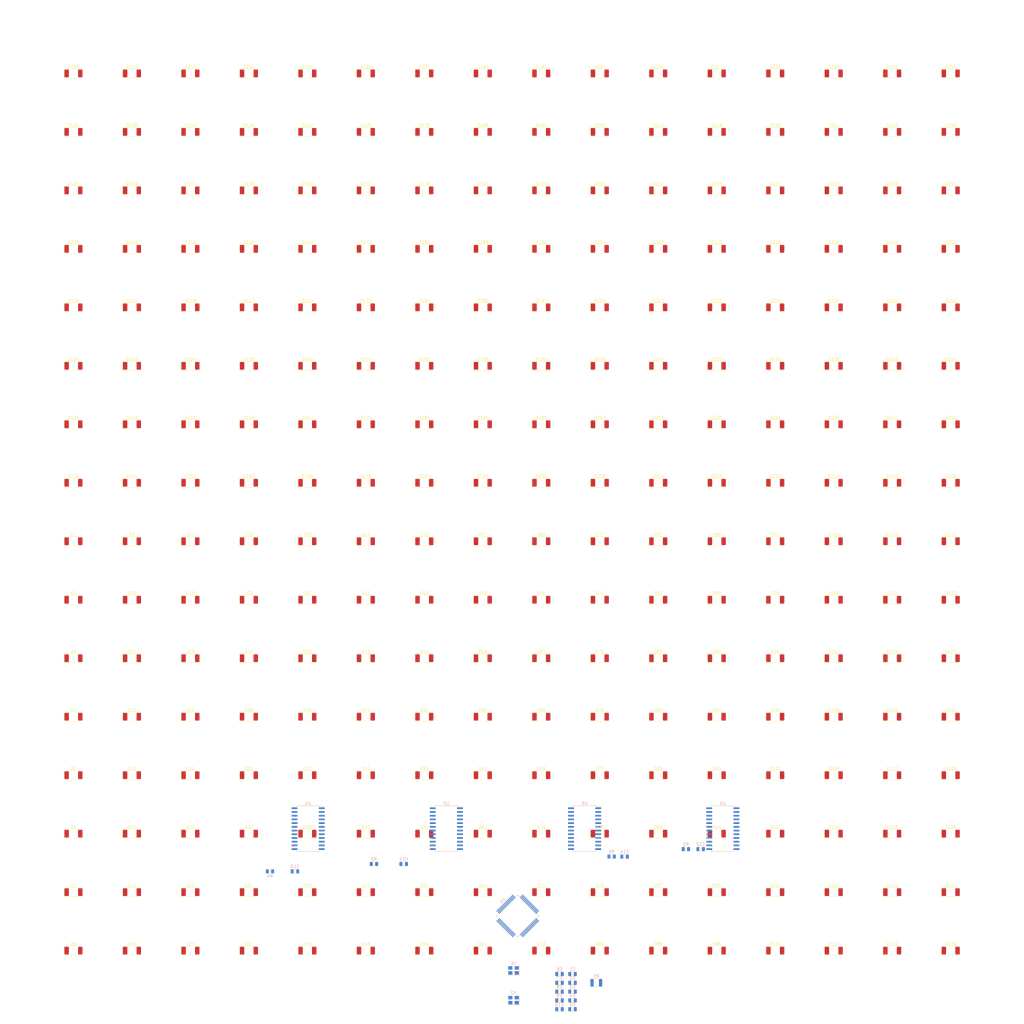
<source format=kicad_pcb>
(kicad_pcb (version 20221018) (generator pcbnew)
  (layers (0 "F.Cu" signal) (31 "B.Cu" signal) (34 "B.Paste" user) (35 "F.Paste" user) (36 "B.SilkS" user "B.Silkscreen") (37 "F.SilkS" user "F.Silkscreen") (38 "B.Mask" user) (39 "F.Mask" user) (44 "Edge.Cuts" user))
  (net 0 "")
  (net 1 "Earth")
  (net 2 "Net-(U1-PC14)")
  (net 3 "Net-(U1-PF0)")
  (net 4 "Net-(U1-PF1)")
  (net 5 "Net-(C4-Pad1)")
  (net 6 "VDDA")
  (net 7 "VDD")
  (net 8 "GND")
  (net 9 "/Led Array 1/row0")
  (net 10 "/Led Array 1/col0")
  (net 11 "/Led Array 1/row1")
  (net 12 "/Led Array 1/row2")
  (net 13 "/Led Array 1/row3")
  (net 14 "/Led Array 1/row4")
  (net 15 "/Led Array 1/row5")
  (net 16 "/Led Array 1/row6")
  (net 17 "/Led Array 1/row7")
  (net 18 "/Led Array 1/col1")
  (net 19 "/Led Array 1/col2")
  (net 20 "/Led Array 1/col3")
  (net 21 "/Led Array 1/col4")
  (net 22 "/Led Array 1/col5")
  (net 23 "/Led Array 1/col6")
  (net 24 "/Led Array 1/col7")
  (net 25 "/Led Array 2/row0")
  (net 26 "/Led Array 2/col0")
  (net 27 "/Led Array 2/row1")
  (net 28 "/Led Array 2/row2")
  (net 29 "/Led Array 2/row3")
  (net 30 "/Led Array 2/row4")
  (net 31 "/Led Array 2/row5")
  (net 32 "/Led Array 2/row6")
  (net 33 "/Led Array 2/row7")
  (net 34 "/Led Array 2/col1")
  (net 35 "/Led Array 2/col2")
  (net 36 "/Led Array 2/col3")
  (net 37 "/Led Array 2/col4")
  (net 38 "/Led Array 2/col5")
  (net 39 "/Led Array 2/col6")
  (net 40 "/Led Array 2/col7")
  (net 41 "/Led Array 3/row0")
  (net 42 "/Led Array 3/col0")
  (net 43 "/Led Array 3/row1")
  (net 44 "/Led Array 3/row2")
  (net 45 "/Led Array 3/row3")
  (net 46 "/Led Array 3/row4")
  (net 47 "/Led Array 3/row5")
  (net 48 "/Led Array 3/row6")
  (net 49 "/Led Array 3/row7")
  (net 50 "/Led Array 3/col1")
  (net 51 "/Led Array 3/col2")
  (net 52 "/Led Array 3/col3")
  (net 53 "/Led Array 3/col4")
  (net 54 "/Led Array 3/col5")
  (net 55 "/Led Array 3/col6")
  (net 56 "/Led Array 3/col7")
  (net 57 "/Led Array 4/row0")
  (net 58 "/Led Array 4/col0")
  (net 59 "/Led Array 4/row1")
  (net 60 "/Led Array 4/row2")
  (net 61 "/Led Array 4/row3")
  (net 62 "/Led Array 4/row4")
  (net 63 "/Led Array 4/row5")
  (net 64 "/Led Array 4/row6")
  (net 65 "/Led Array 4/row7")
  (net 66 "/Led Array 4/col1")
  (net 67 "/Led Array 4/col2")
  (net 68 "/Led Array 4/col3")
  (net 69 "/Led Array 4/col4")
  (net 70 "/Led Array 4/col5")
  (net 71 "/Led Array 4/col6")
  (net 72 "/Led Array 4/col7")
  (net 73 "Net-(U1-PC15)")
  (net 74 "Net-(U2-ISET)")
  (net 75 "Net-(U3-ISET)")
  (net 76 "Net-(U4-ISET)")
  (net 77 "Net-(U5-ISET)")
  (net 105 "/LOAD")
  (net 106 "/CLK")
  (net 107 "/MISO")
  (net 108 "/MOSI")
  (net 135 "/Led Array 1/MISO")
  (net 136 "/Led Array 2/MISO")
  (net 137 "/Led Array 3/MISO")
  (footprint "LED_SMD:LED_2010_5025Metric_Pad1.52x2.65mm_HandSolder" (layer "F.Cu") (at 290.0225 230)
    (fp_text reference "D1")
    (fp_text value "LED")
  )
  (footprint "LED_SMD:LED_2010_5025Metric_Pad1.52x2.65mm_HandSolder" (layer "F.Cu") (at 570.0225 350)
    (fp_text reference "D119")
    (fp_text value "LED")
  )
  (footprint "LED_SMD:LED_2010_5025Metric_Pad1.52x2.65mm_HandSolder" (layer "F.Cu") (at 350.0225 310)
    (fp_text reference "D29")
    (fp_text value "LED")
  )
  (footprint "LED_SMD:LED_2010_5025Metric_Pad1.52x2.65mm_HandSolder" (layer "F.Cu") (at 330.0225 230)
    (fp_text reference "D17")
    (fp_text value "LED")
  )
  (footprint "LED_SMD:LED_2010_5025Metric_Pad1.52x2.65mm_HandSolder" (layer "F.Cu") (at 430.0225 170)
    (fp_text reference "D190")
    (fp_text value "LED")
  )
  (footprint "LED_SMD:LED_2010_5025Metric_Pad1.52x2.65mm_HandSolder" (layer "F.Cu") (at 510.0225 350)
    (fp_text reference "D95")
    (fp_text value "LED")
  )
  (footprint "LED_SMD:LED_2010_5025Metric_Pad1.52x2.65mm_HandSolder" (layer "F.Cu") (at 470.0225 190)
    (fp_text reference "D207")
    (fp_text value "LED")
  )
  (footprint "LED_SMD:LED_2010_5025Metric_Pad1.52x2.65mm_HandSolder" (layer "F.Cu") (at 470.0225 250)
    (fp_text reference "D74")
    (fp_text value "LED")
  )
  (footprint "LED_SMD:LED_2010_5025Metric_Pad1.52x2.65mm_HandSolder" (layer "F.Cu") (at 350.0225 350)
    (fp_text reference "D31")
    (fp_text value "LED")
  )
  (footprint "LED_SMD:LED_2010_5025Metric_Pad1.52x2.65mm_HandSolder" (layer "F.Cu") (at 570.0225 150)
    (fp_text reference "D245")
    (fp_text value "LED")
  )
  (footprint "LED_SMD:LED_2010_5025Metric_Pad1.52x2.65mm_HandSolder" (layer "F.Cu") (at 390.0225 350)
    (fp_text reference "D47")
    (fp_text value "LED")
  )
  (footprint "LED_SMD:LED_2010_5025Metric_Pad1.52x2.65mm_HandSolder" (layer "F.Cu") (at 350.0225 230)
    (fp_text reference "D25")
    (fp_text value "LED")
  )
  (footprint "LED_SMD:LED_2010_5025Metric_Pad1.52x2.65mm_HandSolder" (layer "F.Cu") (at 390.0225 170)
    (fp_text reference "D174")
    (fp_text value "LED")
  )
  (footprint "LED_SMD:LED_2010_5025Metric_Pad1.52x2.65mm_HandSolder" (layer "F.Cu") (at 470.0225 350)
    (fp_text reference "D79")
    (fp_text value "LED")
  )
  (footprint "LED_SMD:LED_2010_5025Metric_Pad1.52x2.65mm_HandSolder" (layer "F.Cu") (at 390.0225 230)
    (fp_text reference "D41")
    (fp_text value "LED")
  )
  (footprint "LED_SMD:LED_2010_5025Metric_Pad1.52x2.65mm_HandSolder" (layer "F.Cu") (at 450.0225 190)
    (fp_text reference "D199")
    (fp_text value "LED")
  )
  (footprint "LED_SMD:LED_2010_5025Metric_Pad1.52x2.65mm_HandSolder" (layer "F.Cu") (at 530.0225 330)
    (fp_text reference "D102")
    (fp_text value "LED")
  )
  (footprint "LED_SMD:LED_2010_5025Metric_Pad1.52x2.65mm_HandSolder" (layer "F.Cu") (at 430.0225 250)
    (fp_text reference "D58")
    (fp_text value "LED")
  )
  (footprint "LED_SMD:LED_2010_5025Metric_Pad1.52x2.65mm_HandSolder" (layer "F.Cu") (at 410.0225 370)
    (fp_text reference "D56")
    (fp_text value "LED")
  )
  (footprint "LED_SMD:LED_2010_5025Metric_Pad1.52x2.65mm_HandSolder" (layer "F.Cu") (at 370.0225 310)
    (fp_text reference "D37")
    (fp_text value "LED")
  )
  (footprint "LED_SMD:LED_2010_5025Metric_Pad1.52x2.65mm_HandSolder" (layer "F.Cu") (at 470.0225 330)
    (fp_text reference "D78")
    (fp_text value "LED")
  )
  (footprint "LED_SMD:LED_2010_5025Metric_Pad1.52x2.65mm_HandSolder" (layer "F.Cu") (at 330.0225 290)
    (fp_text reference "D20")
    (fp_text value "LED")
  )
  (footprint "LED_SMD:LED_2010_5025Metric_Pad1.52x2.65mm_HandSolder" (layer "F.Cu") (at 410.0225 270)
    (fp_text reference "D51")
    (fp_text value "LED")
  )
  (footprint "LED_SMD:LED_2010_5025Metric_Pad1.52x2.65mm_HandSolder" (layer "F.Cu") (at 390.0225 310)
    (fp_text reference "D45")
    (fp_text value "LED")
  )
  (footprint "LED_SMD:LED_2010_5025Metric_Pad1.52x2.65mm_HandSolder" (layer "F.Cu") (at 370.0225 150)
    (fp_text reference "D165")
    (fp_text value "LED")
  )
  (footprint "LED_SMD:LED_2010_5025Metric_Pad1.52x2.65mm_HandSolder" (layer "F.Cu") (at 350.0225 130)
    (fp_text reference "D156")
    (fp_text value "LED")
  )
  (footprint "LED_SMD:LED_2010_5025Metric_Pad1.52x2.65mm_HandSolder" (layer "F.Cu") (at 330.0225 130)
    (fp_text reference "D148")
    (fp_text value "LED")
  )
  (footprint "LED_SMD:LED_2010_5025Metric_Pad1.52x2.65mm_HandSolder" (layer "F.Cu") (at 490.0225 290)
    (fp_text reference "D84")
    (fp_text value "LED")
  )
  (footprint "LED_SMD:LED_2010_5025Metric_Pad1.52x2.65mm_HandSolder" (layer "F.Cu") (at 330.0225 270)
    (fp_text reference "D19")
    (fp_text value "LED")
  )
  (footprint "LED_SMD:LED_2010_5025Metric_Pad1.52x2.65mm_HandSolder" (layer "F.Cu") (at 390.0225 250)
    (fp_text reference "D42")
    (fp_text value "LED")
  )
  (footprint "LED_SMD:LED_2010_5025Metric_Pad1.52x2.65mm_HandSolder" (layer "F.Cu") (at 430.0225 290)
    (fp_text reference "D60")
    (fp_text value "LED")
  )
  (footprint "LED_SMD:LED_2010_5025Metric_Pad1.52x2.65mm_HandSolder" (layer "F.Cu") (at 530.0225 190)
    (fp_text reference "D231")
    (fp_text value "LED")
  )
  (footprint "LED_SMD:LED_2010_5025Metric_Pad1.52x2.65mm_HandSolder" (layer "F.Cu") (at 410.0225 90)
    (fp_text reference "D178")
    (fp_text value "LED")
  )
  (footprint "LED_SMD:LED_2010_5025Metric_Pad1.52x2.65mm_HandSolder" (layer "F.Cu") (at 510.0225 290)
    (fp_text reference "D92")
    (fp_text value "LED")
  )
  (footprint "LED_SMD:LED_2010_5025Metric_Pad1.52x2.65mm_HandSolder" (layer "F.Cu") (at 510.0225 110)
    (fp_text reference "D219")
    (fp_text value "LED")
  )
  (footprint "LED_SMD:LED_2010_5025Metric_Pad1.52x2.65mm_HandSolder" (layer "F.Cu") (at 390.0225 370)
    (fp_text reference "D48")
    (fp_text value "LED")
  )
  (footprint "LED_SMD:LED_2010_5025Metric_Pad1.52x2.65mm_HandSolder" (layer "F.Cu") (at 290.0225 290)
    (fp_text reference "D4")
    (fp_text value "LED")
  )
  (footprint "LED_SMD:LED_2010_5025Metric_Pad1.52x2.65mm_HandSolder" (layer "F.Cu") (at 570.0225 70)
    (fp_text reference "D241")
    (fp_text value "LED")
  )
  (footprint "LED_SMD:LED_2010_5025Metric_Pad1.52x2.65mm_HandSolder" (layer "F.Cu") (at 310.0225 350)
    (fp_text reference "D15")
    (fp_text value "LED")
  )
  (footprint "LED_SMD:LED_2010_5025Metric_Pad1.52x2.65mm_HandSolder" (layer "F.Cu") (at 570.0225 230)
    (fp_text reference "D113")
    (fp_text value "LED")
  )
  (footprint "LED_SMD:LED_2010_5025Metric_Pad1.52x2.65mm_HandSolder" (layer "F.Cu") (at 450.0225 130)
    (fp_text reference "D196")
    (fp_text value "LED")
  )
  (footprint "LED_SMD:LED_2010_5025Metric_Pad1.52x2.65mm_HandSolder" (layer "F.Cu") (at 490.0225 130)
    (fp_text reference "D212")
    (fp_text value "LED")
  )
  (footprint "LED_SMD:LED_2010_5025Metric_Pad1.52x2.65mm_HandSolder" (layer "F.Cu") (at 370.0225 350)
    (fp_text reference "D39")
    (fp_text value "LED")
  )
  (footprint "LED_SMD:LED_2010_5025Metric_Pad1.52x2.65mm_HandSolder" (layer "F.Cu") (at 490.0225 210)
    (fp_text reference "D216")
    (fp_text value "LED")
  )
  (footprint "LED_SMD:LED_2010_5025Metric_Pad1.52x2.65mm_HandSolder" (layer "F.Cu") (at 370.0225 210)
    (fp_text reference "D168")
    (fp_text value "LED")
  )
  (footprint "LED_SMD:LED_2010_5025Metric_Pad1.52x2.65mm_HandSolder" (layer "F.Cu") (at 330.0225 330)
    (fp_text reference "D22")
    (fp_text value "LED")
  )
  (footprint "LED_SMD:LED_2010_5025Metric_Pad1.52x2.65mm_HandSolder" (layer "F.Cu") (at 310.0225 150)
    (fp_text reference "D141")
    (fp_text value "LED")
  )
  (footprint "LED_SMD:LED_2010_5025Metric_Pad1.52x2.65mm_HandSolder" (layer "F.Cu") (at 430.0225 330)
    (fp_text reference "D62")
    (fp_text value "LED")
  )
  (footprint "LED_SMD:LED_2010_5025Metric_Pad1.52x2.65mm_HandSolder" (layer "F.Cu") (at 310.0225 210)
    (fp_text reference "D144")
    (fp_text value "LED")
  )
  (footprint "LED_SMD:LED_2010_5025Metric_Pad1.52x2.65mm_HandSolder" (layer "F.Cu") (at 550.0225 290)
    (fp_text reference "D108")
    (fp_text value "LED")
  )
  (footprint "LED_SMD:LED_2010_5025Metric_Pad1.52x2.65mm_HandSolder" (layer "F.Cu") (at 350.0225 330)
    (fp_text reference "D30")
    (fp_text value "LED")
  )
  (footprint "LED_SMD:LED_2010_5025Metric_Pad1.52x2.65mm_HandSolder" (layer "F.Cu") (at 470.0225 270)
    (fp_text reference "D75")
    (fp_text value "LED")
  )
  (footprint "LED_SMD:LED_2010_5025Metric_Pad1.52x2.65mm_HandSolder" (layer "F.Cu") (at 450.0225 110)
    (fp_text reference "D195")
    (fp_text value "LED")
  )
  (footprint "LED_SMD:LED_2010_5025Metric_Pad1.52x2.65mm_HandSolder" (layer "F.Cu") (at 530.0225 210)
    (fp_text reference "D232")
    (fp_text value "LED")
  )
  (footprint "LED_SMD:LED_2010_5025Metric_Pad1.52x2.65mm_HandSolder" (layer "F.Cu") (at 570.0225 210)
    (fp_text reference "D248")
    (fp_text value "LED")
  )
  (footprint "LED_SMD:LED_2010_5025Metric_Pad1.52x2.65mm_HandSolder" (layer "F.Cu") (at 470.0225 90)
    (fp_text reference "D202")
    (fp_text value "LED")
  )
  (footprint "LED_SMD:LED_2010_5025Metric_Pad1.52x2.65mm_HandSolder" (layer "F.Cu") (at 410.0225 310)
    (fp_text reference "D53")
    (fp_text value "LED")
  )
  (footprint "LED_SMD:LED_2010_5025Metric_Pad1.52x2.65mm_HandSolder" (layer "F.Cu") (at 470.0225 210)
    (fp_text reference "D208")
    (fp_text value "LED")
  )
  (footprint "LED_SMD:LED_2010_5025Metric_Pad1.52x2.65mm_HandSolder" (layer "F.Cu") (at 590.0225 310)
    (fp_text reference "D125")
    (fp_text value "LED")
  )
  (footprint "LED_SMD:LED_2010_5025Metric_Pad1.52x2.65mm_HandSolder" (layer "F.Cu") (at 330.0225 90)
    (fp_text reference "D146")
    (fp_text value "LED")
  )
  (footprint "LED_SMD:LED_2010_5025Metric_Pad1.52x2.65mm_HandSolder" (layer "F.Cu") (at 410.0225 150)
    (fp_text reference "D181")
    (fp_text value "LED")
  )
  (footprint "LED_SMD:LED_2010_5025Metric_Pad1.52x2.65mm_HandSolder" (layer "F.Cu") (at 410.0225 250)
    (fp_text reference "D50")
    (fp_text value "LED")
  )
  (footprint "LED_SMD:LED_2010_5025Metric_Pad1.52x2.65mm_HandSolder" (layer "F.Cu") (at 350.0225 150)
    (fp_text reference "D157")
    (fp_text value "LED")
  )
  (footprint "LED_SMD:LED_2010_5025Metric_Pad1.52x2.65mm_HandSolder" (layer "F.Cu") (at 310.0225 330)
    (fp_text reference "D14")
    (fp_text value "LED")
  )
  (footprint "LED_SMD:LED_2010_5025Metric_Pad1.52x2.65mm_HandSolder" (layer "F.Cu") (at 590.0225 350)
    (fp_text reference "D127")
    (fp_text value "LED")
  )
  (footprint "LED_SMD:LED_2010_5025Metric_Pad1.52x2.65mm_HandSolder" (layer "F.Cu") (at 490.0225 310)
    (fp_text reference "D85")
    (fp_text value "LED")
  )
  (footprint "LED_SMD:LED_2010_5025Metric_Pad1.52x2.65mm_HandSolder" (layer "F.Cu") (at 490.0225 270)
    (fp_text reference "D83")
    (fp_text value "LED")
  )
  (footprint "LED_SMD:LED_2010_5025Metric_Pad1.52x2.65mm_HandSolder" (layer "F.Cu") (at 390.0225 290)
    (fp_text reference "D44")
    (fp_text value "LED")
  )
  (footprint "LED_SMD:LED_2010_5025Metric_Pad1.52x2.65mm_HandSolder" (layer "F.Cu") (at 390.0225 150)
    (fp_text reference "D173")
    (fp_text value "LED")
  )
  (footprint "LED_SMD:LED_2010_5025Metric_Pad1.52x2.65mm_HandSolder" (layer "F.Cu") (at 390.0225 210)
    (fp_text reference "D176")
    (fp_text value "LED")
  )
  (footprint "LED_SMD:LED_2010_5025Metric_Pad1.52x2.65mm_HandSolder" (layer "F.Cu") (at 550.0225 150)
    (fp_text reference "D237")
    (fp_text value "LED")
  )
  (footprint "LED_SMD:LED_2010_5025Metric_Pad1.52x2.65mm_HandSolder" (layer "F.Cu") (at 570.0225 90)
    (fp_text reference "D242")
    (fp_text value "LED")
  )
  (footprint "LED_SMD:LED_2010_5025Metric_Pad1.52x2.65mm_HandSolder" (layer "F.Cu") (at 390.0225 270)
    (fp_text reference "D43")
    (fp_text value "LED")
  )
  (footprint "LED_SMD:LED_2010_5025Metric_Pad1.52x2.65mm_HandSolder" (layer "F.Cu") (at 470.0225 370)
    (fp_text reference "D80")
    (fp_text value "LED")
  )
  (footprint "LED_SMD:LED_2010_5025Metric_Pad1.52x2.65mm_HandSolder" (layer "F.Cu") (at 490.0225 250)
    (fp_text reference "D82")
    (fp_text value "LED")
  )
  (footprint "LED_SMD:LED_2010_5025Metric_Pad1.52x2.65mm_HandSolder" (layer "F.Cu") (at 410.0225 170)
    (fp_text reference "D182")
    (fp_text value "LED")
  )
  (footprint "LED_SMD:LED_2010_5025Metric_Pad1.52x2.65mm_HandSolder" (layer "F.Cu") (at 310.0225 270)
    (fp_text reference "D11")
    (fp_text value "LED")
  )
  (footprint "LED_SMD:LED_2010_5025Metric_Pad1.52x2.65mm_HandSolder" (layer "F.Cu") (at 370.0225 130)
    (fp_text reference "D164")
    (fp_text value "LED")
  )
  (footprint "LED_SMD:LED_2010_5025Metric_Pad1.52x2.65mm_HandSolder" (layer "F.Cu") (at 370.0225 290)
    (fp_text reference "D36")
    (fp_text value "LED")
  )
  (footprint "LED_SMD:LED_2010_5025Metric_Pad1.52x2.65mm_HandSolder" (layer "F.Cu") (at 370.0225 110)
    (fp_text reference "D163")
    (fp_text value "LED")
  )
  (footprint "LED_SMD:LED_2010_5025Metric_Pad1.52x2.65mm_HandSolder" (layer "F.Cu") (at 590.0225 110)
    (fp_text reference "D251")
    (fp_text value "LED")
  )
  (footprint "LED_SMD:LED_2010_5025Metric_Pad1.52x2.65mm_HandSolder" (layer "F.Cu") (at 590.0225 230)
    (fp_text reference "D121")
    (fp_text value "LED")
  )
  (footprint "LED_SMD:LED_2010_5025Metric_Pad1.52x2.65mm_HandSolder" (layer "F.Cu") (at 290.0225 370)
    (fp_text reference "D8")
    (fp_text value "LED")
  )
  (footprint "LED_SMD:LED_2010_5025Metric_Pad1.52x2.65mm_HandSolder" (layer "F.Cu") (at 530.0225 90)
    (fp_text reference "D226")
    (fp_text value "LED")
  )
  (footprint "LED_SMD:LED_2010_5025Metric_Pad1.52x2.65mm_HandSolder" (layer "F.Cu") (at 310.0225 250)
    (fp_text reference "D10")
    (fp_text value "LED")
  )
  (footprint "LED_SMD:LED_2010_5025Metric_Pad1.52x2.65mm_HandSolder" (layer "F.Cu") (at 570.0225 310)
    (fp_text reference "D117")
    (fp_text value "LED")
  )
  (footprint "LED_SMD:LED_2010_5025Metric_Pad1.52x2.65mm_HandSolder" (layer "F.Cu") (at 410.0225 230)
    (fp_text reference "D49")
    (fp_text value "LED")
  )
  (footprint "LED_SMD:LED_2010_5025Metric_Pad1.52x2.65mm_HandSolder" (layer "F.Cu") (at 290.0225 250)
    (fp_text reference "D2")
    (fp_text value "LED")
  )
  (footprint "LED_SMD:LED_2010_5025Metric_Pad1.52x2.65mm_HandSolder" (layer "F.Cu") (at 290.0225 90)
    (fp_text reference "D130")
    (fp_text value "LED")
  )
  (footprint "LED_SMD:LED_2010_5025Metric_Pad1.52x2.65mm_HandSolder" (layer "F.Cu") (at 590.0225 150)
    (fp_text reference "D253")
    (fp_text value "LED")
  )
  (footprint "LED_SMD:LED_2010_5025Metric_Pad1.52x2.65mm_HandSolder" (layer "F.Cu") (at 510.0225 90)
    (fp_text reference "D218")
    (fp_text value "LED")
  )
  (footprint "LED_SMD:LED_2010_5025Metric_Pad1.52x2.65mm_HandSolder" (layer "F.Cu") (at 570.0225 170)
    (fp_text reference "D246")
    (fp_text value "LED")
  )
  (footprint "LED_SMD:LED_2010_5025Metric_Pad1.52x2.65mm_HandSolder" (layer "F.Cu") (at 590.0225 70)
    (fp_text reference "D249")
    (fp_text value "LED")
  )
  (footprint "LED_SMD:LED_2010_5025Metric_Pad1.52x2.65mm_HandSolder" (layer "F.Cu") (at 570.0225 190)
    (fp_text reference "D247")
    (fp_text value "LED")
  )
  (footprint "LED_SMD:LED_2010_5025Metric_Pad1.52x2.65mm_HandSolder" (layer "F.Cu") (at 590.0225 190)
    (fp_text reference "D255")
    (fp_text value "LED")
  )
  (footprint "LED_SMD:LED_2010_5025Metric_Pad1.52x2.65mm_HandSolder" (layer "F.Cu") (at 410.0225 290)
    (fp_text reference "D52")
    (fp_text value "LED")
  )
  (footprint "LED_SMD:LED_2010_5025Metric_Pad1.52x2.65mm_HandSolder" (layer "F.Cu") (at 350.0225 370)
    (fp_text reference "D32")
    (fp_text value "LED")
  )
  (footprint "LED_SMD:LED_2010_5025Metric_Pad1.52x2.65mm_HandSolder" (layer "F.Cu") (at 510.0225 270)
    (fp_text reference "D91")
    (fp_text value "LED")
  )
  (footprint "LED_SMD:LED_2010_5025Metric_Pad1.52x2.65mm_HandSolder" (layer "F.Cu") (at 290.0225 190)
    (fp_text reference "D135")
    (fp_text value "LED")
  )
  (footprint "LED_SMD:LED_2010_5025Metric_Pad1.52x2.65mm_HandSolder" (layer "F.Cu") (at 330.0225 110)
    (fp_text reference "D147")
    (fp_text value "LED")
  )
  (footprint "LED_SMD:LED_2010_5025Metric_Pad1.52x2.65mm_HandSolder" (layer "F.Cu") (at 350.0225 190)
    (fp_text reference "D159")
    (fp_text value "LED")
  )
  (footprint "LED_SMD:LED_2010_5025Metric_Pad1.52x2.65mm_HandSolder" (layer "F.Cu") (at 470.0225 150)
    (fp_text reference "D205")
    (fp_text value "LED")
  )
  (footprint "LED_SMD:LED_2010_5025Metric_Pad1.52x2.65mm_HandSolder" (layer "F.Cu") (at 330.0225 170)
    (fp_text reference "D150")
    (fp_text value "LED")
  )
  (footprint "LED_SMD:LED_2010_5025Metric_Pad1.52x2.65mm_HandSolder" (layer "F.Cu") (at 470.0225 130)
    (fp_text reference "D204")
    (fp_text value "LED")
  )
  (footprint "LED_SMD:LED_2010_5025Metric_Pad1.52x2.65mm_HandSolder" (layer "F.Cu") (at 410.0225 70)
    (fp_text reference "D177")
    (fp_text value "LED")
  )
  (footprint "LED_SMD:LED_2010_5025Metric_Pad1.52x2.65mm_HandSolder" (layer "F.Cu") (at 310.0225 290)
    (fp_text reference "D12")
    (fp_text value "LED")
  )
  (footprint "LED_SMD:LED_2010_5025Metric_Pad1.52x2.65mm_HandSolder" (layer "F.Cu") (at 450.0225 170)
    (fp_text reference "D198")
    (fp_text value "LED")
  )
  (footprint "LED_SMD:LED_2010_5025Metric_Pad1.52x2.65mm_HandSolder" (layer "F.Cu") (at 310.0225 90)
    (fp_text reference "D138")
    (fp_text value "LED")
  )
  (footprint "LED_SMD:LED_2010_5025Metric_Pad1.52x2.65mm_HandSolder" (layer "F.Cu") (at 550.0225 170)
    (fp_text reference "D238")
    (fp_text value "LED")
  )
  (footprint "LED_SMD:LED_2010_5025Metric_Pad1.52x2.65mm_HandSolder" (layer "F.Cu") (at 530.0225 350)
    (fp_text reference "D103")
    (fp_text value "LED")
  )
  (footprint "LED_SMD:LED_2010_5025Metric_Pad1.52x2.65mm_HandSolder" (layer "F.Cu") (at 590.0225 270)
    (fp_text reference "D123")
    (fp_text value "LED")
  )
  (footprint "LED_SMD:LED_2010_5025Metric_Pad1.52x2.65mm_HandSolder" (layer "F.Cu") (at 310.0225 170)
    (fp_text reference "D142")
    (fp_text value "LED")
  )
  (footprint "LED_SMD:LED_2010_5025Metric_Pad1.52x2.65mm_HandSolder" (layer "F.Cu") (at 590.0225 130)
    (fp_text reference "D252")
    (fp_text value "LED")
  )
  (footprint "LED_SMD:LED_2010_5025Metric_Pad1.52x2.65mm_HandSolder" (layer "F.Cu") (at 390.0225 90)
    (fp_text reference "D170")
    (fp_text value "LED")
  )
  (footprint "LED_SMD:LED_2010_5025Metric_Pad1.52x2.65mm_HandSolder" (layer "F.Cu") (at 430.0225 70)
    (fp_text reference "D185")
    (fp_text value "LED")
  )
  (footprint "LED_SMD:LED_2010_5025Metric_Pad1.52x2.65mm_HandSolder" (layer "F.Cu") (at 390.0225 110)
    (fp_text reference "D171")
    (fp_text value "LED")
  )
  (footprint "LED_SMD:LED_2010_5025Metric_Pad1.52x2.65mm_HandSolder" (layer "F.Cu") (at 490.0225 150)
    (fp_text reference "D213")
    (fp_text value "LED")
  )
  (footprint "LED_SMD:LED_2010_5025Metric_Pad1.52x2.65mm_HandSolder" (layer "F.Cu") (at 310.0225 130)
    (fp_text reference "D140")
    (fp_text value "LED")
  )
  (footprint "LED_SMD:LED_2010_5025Metric_Pad1.52x2.65mm_HandSolder" (layer "F.Cu") (at 370.0225 190)
    (fp_text reference "D167")
    (fp_text value "LED")
  )
  (footprint "LED_SMD:LED_2010_5025Metric_Pad1.52x2.65mm_HandSolder" (layer "F.Cu") (at 490.0225 110)
    (fp_text reference "D211")
    (fp_text value "LED")
  )
  (footprint "LED_SMD:LED_2010_5025Metric_Pad1.52x2.65mm_HandSolder" (layer "F.Cu") (at 490.0225 370)
    (fp_text reference "D88")
    (fp_text value "LED")
  )
  (footprint "LED_SMD:LED_2010_5025Metric_Pad1.52x2.65mm_HandSolder" (layer "F.Cu") (at 330.0225 190)
    (fp_text reference "D151")
    (fp_text value "LED")
  )
  (footprint "LED_SMD:LED_2010_5025Metric_Pad1.52x2.65mm_HandSolder" (layer "F.Cu") (at 330.0225 150)
    (fp_text reference "D149")
    (fp_text value "LED")
  )
  (footprint "LED_SMD:LED_2010_5025Metric_Pad1.52x2.65mm_HandSolder" (layer "F.Cu") (at 550.0225 270)
    (fp_text reference "D107")
    (fp_text value "LED")
  )
  (footprint "LED_SMD:LED_2010_5025Metric_Pad1.52x2.65mm_HandSolder" (layer "F.Cu") (at 510.0225 230)
    (fp_text reference "D89")
    (fp_text value "LED")
  )
  (footprint "LED_SMD:LED_2010_5025Metric_Pad1.52x2.65mm_HandSolder" (layer "F.Cu") (at 490.0225 70)
    (fp_text reference "D209")
    (fp_text value "LED")
  )
  (footprint "LED_SMD:LED_2010_5025Metric_Pad1.52x2.65mm_HandSolder" (layer "F.Cu") (at 590.0225 90)
    (fp_text reference "D250")
    (fp_text value "LED")
  )
  (footprint "LED_SMD:LED_2010_5025Metric_Pad1.52x2.65mm_HandSolder" (layer "F.Cu") (at 430.0225 190)
    (fp_text reference "D191")
    (fp_text value "LED")
  )
  (footprint "LED_SMD:LED_2010_5025Metric_Pad1.52x2.65mm_HandSolder" (layer "F.Cu") (at 590.0225 250)
    (fp_text reference "D122")
    (fp_text value "LED")
  )
  (footprint "LED_SMD:LED_2010_5025Metric_Pad1.52x2.65mm_HandSolder" (layer "F.Cu") (at 550.0225 310)
    (fp_text reference "D109")
    (fp_text value "LED")
  )
  (footprint "LED_SMD:LED_2010_5025Metric_Pad1.52x2.65mm_HandSolder" (layer "F.Cu") (at 330.0225 250)
    (fp_text reference "D18")
    (fp_text value "LED")
  )
  (footprint "LED_SMD:LED_2010_5025Metric_Pad1.52x2.65mm_HandSolder" (layer "F.Cu") (at 310.0225 230)
    (fp_text reference "D9")
    (fp_text value "LED")
  )
  (footprint "LED_SMD:LED_2010_5025Metric_Pad1.52x2.65mm_HandSolder" (layer "F.Cu") (at 290.0225 330)
    (fp_text reference "D6")
    (fp_text value "LED")
  )
  (footprint "LED_SMD:LED_2010_5025Metric_Pad1.52x2.65mm_HandSolder" (layer "F.Cu") (at 510.0225 330)
    (fp_text reference "D94")
    (fp_text value "LED")
  )
  (footprint "LED_SMD:LED_2010_5025Metric_Pad1.52x2.65mm_HandSolder" (layer "F.Cu") (at 290.0225 350)
    (fp_text reference "D7")
    (fp_text value "LED")
  )
  (footprint "LED_SMD:LED_2010_5025Metric_Pad1.52x2.65mm_HandSolder" (layer "F.Cu") (at 490.0225 90)
    (fp_text reference "D210")
    (fp_text value "LED")
  )
  (footprint "LED_SMD:LED_2010_5025Metric_Pad1.52x2.65mm_HandSolder" (layer "F.Cu") (at 550.0225 130)
    (fp_text reference "D236")
    (fp_text value "LED")
  )
  (footprint "LED_SMD:LED_2010_5025Metric_Pad1.52x2.65mm_HandSolder" (layer "F.Cu") (at 330.0225 310)
    (fp_text reference "D21")
    (fp_text value "LED")
  )
  (footprint "LED_SMD:LED_2010_5025Metric_Pad1.52x2.65mm_HandSolder" (layer "F.Cu") (at 350.0225 90)
    (fp_text reference "D154")
    (fp_text value "LED")
  )
  (footprint "LED_SMD:LED_2010_5025Metric_Pad1.52x2.65mm_HandSolder" (layer "F.Cu") (at 390.0225 130)
    (fp_text reference "D172")
    (fp_text value "LED")
  )
  (footprint "LED_SMD:LED_2010_5025Metric_Pad1.52x2.65mm_HandSolder" (layer "F.Cu") (at 410.0225 110)
    (fp_text reference "D179")
    (fp_text value "LED")
  )
  (footprint "LED_SMD:LED_2010_5025Metric_Pad1.52x2.65mm_HandSolder" (layer "F.Cu") (at 510.0225 70)
    (fp_text reference "D217")
    (fp_text value "LED")
  )
  (footprint "LED_SMD:LED_2010_5025Metric_Pad1.52x2.65mm_HandSolder" (layer "F.Cu") (at 490.0225 330)
    (fp_text reference "D86")
    (fp_text value "LED")
  )
  (footprint "LED_SMD:LED_2010_5025Metric_Pad1.52x2.65mm_HandSolder" (layer "F.Cu") (at 450.0225 330)
    (fp_text reference "D70")
    (fp_text value "LED")
  )
  (footprint "LED_SMD:LED_2010_5025Metric_Pad1.52x2.65mm_HandSolder" (layer "F.Cu") (at 410.0225 330)
    (fp_text reference "D54")
    (fp_text value "LED")
  )
  (footprint "LED_SMD:LED_2010_5025Metric_Pad1.52x2.65mm_HandSolder" (layer "F.Cu") (at 450.0225 250)
    (fp_text reference "D66")
    (fp_text value "LED")
  )
  (footprint "LED_SMD:LED_2010_5025Metric_Pad1.52x2.65mm_HandSolder" (layer "F.Cu") (at 290.0225 170)
    (fp_text reference "D134")
    (fp_text value "LED")
  )
  (footprint "LED_SMD:LED_2010_5025Metric_Pad1.52x2.65mm_HandSolder" (layer "F.Cu") (at 550.0225 230)
    (fp_text reference "D105")
    (fp_text value "LED")
  )
  (footprint "LED_SMD:LED_2010_5025Metric_Pad1.52x2.65mm_HandSolder" (layer "F.Cu") (at 430.0225 210)
    (fp_text reference "D192")
    (fp_text value "LED")
  )
  (footprint "LED_SMD:LED_2010_5025Metric_Pad1.52x2.65mm_HandSolder" (layer "F.Cu") (at 410.0225 210)
    (fp_text reference "D184")
    (fp_text value "LED")
  )
  (footprint "LED_SMD:LED_2010_5025Metric_Pad1.52x2.65mm_HandSolder" (layer "F.Cu") (at 450.0225 150)
    (fp_text reference "D197")
    (fp_text value "LED")
  )
  (footprint "LED_SMD:LED_2010_5025Metric_Pad1.52x2.65mm_HandSolder" (layer "F.Cu") (at 510.0225 310)
    (fp_text reference "D93")
    (fp_text value "LED")
  )
  (footprint "LED_SMD:LED_2010_5025Metric_Pad1.52x2.65mm_HandSolder" (layer "F.Cu") (at 450.0225 90)
    (fp_text reference "D194")
    (fp_text value "LED")
  )
  (footprint "LED_SMD:LED_2010_5025Metric_Pad1.52x2.65mm_HandSolder" (layer "F.Cu") (at 550.0225 370)
    (fp_text reference "D112")
    (fp_text value "LED")
  )
  (footprint "LED_SMD:LED_2010_5025Metric_Pad1.52x2.65mm_HandSolder" (layer "F.Cu") (at 310.0225 110)
    (fp_text reference "D139")
    (fp_text value "LED")
  )
  (footprint "LED_SMD:LED_2010_5025Metric_Pad1.52x2.65mm_HandSolder" (layer "F.Cu") (at 590.0225 330)
    (fp_text reference "D126")
    (fp_text value "LED")
  )
  (footprint "LED_SMD:LED_2010_5025Metric_Pad1.52x2.65mm_HandSolder" (layer "F.Cu") (at 310.0225 190)
    (fp_text reference "D143")
    (fp_text value "LED")
  )
  (footprint "LED_SMD:LED_2010_5025Metric_Pad1.52x2.65mm_HandSolder" (layer "F.Cu") (at 490.0225 170)
    (fp_text reference "D214")
    (fp_text value "LED")
  )
  (footprint "LED_SMD:LED_2010_5025Metric_Pad1.52x2.65mm_HandSolder" (layer "F.Cu") (at 390.0225 330)
    (fp_text reference "D46")
    (fp_text value "LED")
  )
  (footprint "LED_SMD:LED_2010_5025Metric_Pad1.52x2.65mm_HandSolder" (layer "F.Cu") (at 510.0225 370)
    (fp_text reference "D96")
    (fp_text value "LED")
  )
  (footprint "LED_SMD:LED_2010_5025Metric_Pad1.52x2.65mm_HandSolder" (layer "F.Cu") (at 370.0225 230)
    (fp_text reference "D33")
    (fp_text value "LED")
  )
  (footprint "LED_SMD:LED_2010_5025Metric_Pad1.52x2.65mm_HandSolder" (layer "F.Cu") (at 550.0225 190)
    (fp_text reference "D239")
    (fp_text value "LED")
  )
  (footprint "LED_SMD:LED_2010_5025Metric_Pad1.52x2.65mm_HandSolder" (layer "F.Cu") (at 330.0225 370)
    (fp_text reference "D24")
    (fp_text value "LED")
  )
  (footprint "LED_SMD:LED_2010_5025Metric_Pad1.52x2.65mm_HandSolder" (layer "F.Cu") (at 570.0225 270)
    (fp_text reference "D115")
    (fp_text value "LED")
  )
  (footprint "LED_SMD:LED_2010_5025Metric_Pad1.52x2.65mm_HandSolder" (layer "F.Cu") (at 430.0225 350)
    (fp_text reference "D63")
    (fp_text value "LED")
  )
  (footprint "LED_SMD:LED_2010_5025Metric_Pad1.52x2.65mm_HandSolder" (layer "F.Cu") (at 430.0225 150)
    (fp_text reference "D189")
    (fp_text value "LED")
  )
  (footprint "LED_SMD:LED_2010_5025Metric_Pad1.52x2.65mm_HandSolder" (layer "F.Cu") (at 570.0225 110)
    (fp_text reference "D243")
    (fp_text value "LED")
  )
  (footprint "LED_SMD:LED_2010_5025Metric_Pad1.52x2.65mm_HandSolder" (layer "F.Cu") (at 530.0225 110)
    (fp_text reference "D227")
    (fp_text value "LED")
  )
  (footprint "LED_SMD:LED_2010_5025Metric_Pad1.52x2.65mm_HandSolder" (layer "F.Cu") (at 570.0225 290)
    (fp_text reference "D116")
    (fp_text value "LED")
  )
  (footprint "LED_SMD:LED_2010_5025Metric_Pad1.52x2.65mm_HandSolder" (layer "F.Cu") (at 350.0225 290)
    (fp_text reference "D28")
    (fp_text value "LED")
  )
  (footprint "LED_SMD:LED_2010_5025Metric_Pad1.52x2.65mm_HandSolder" (layer "F.Cu") (at 530.0225 250)
    (fp_text reference "D98")
    (fp_text value "LED")
  )
  (footprint "LED_SMD:LED_2010_5025Metric_Pad1.52x2.65mm_HandSolder" (layer "F.Cu") (at 550.0225 210)
    (fp_text reference "D240")
    (fp_text value "LED")
  )
  (footprint "LED_SMD:LED_2010_5025Metric_Pad1.52x2.65mm_HandSolder" (layer "F.Cu") (at 370.0225 170)
    (fp_text reference "D166")
    (fp_text value "LED")
  )
  (footprint "LED_SMD:LED_2010_5025Metric_Pad1.52x2.65mm_HandSolder" (layer "F.Cu") (at 510.0225 250)
    (fp_text reference "D90")
    (fp_text value "LED")
  )
  (footprint "LED_SMD:LED_2010_5025Metric_Pad1.52x2.65mm_HandSolder" (layer "F.Cu") (at 450.0225 270)
    (fp_text reference "D67")
    (fp_text value "LED")
  )
  (footprint "LED_SMD:LED_2010_5025Metric_Pad1.52x2.65mm_HandSolder" (layer "F.Cu") (at 470.0225 170)
    (fp_text reference "D206")
    (fp_text value "LED")
  )
  (footprint "LED_SMD:LED_2010_5025Metric_Pad1.52x2.65mm_HandSolder" (layer "F.Cu") (at 450.0225 350)
    (fp_text reference "D71")
    (fp_text value "LED")
  )
  (footprint "LED_SMD:LED_2010_5025Metric_Pad1.52x2.65mm_HandSolder" (layer "F.Cu") (at 430.0225 310)
    (fp_text reference "D61")
    (fp_text value "LED")
  )
  (footprint "LED_SMD:LED_2010_5025Metric_Pad1.52x2.65mm_HandSolder" (layer "F.Cu") (at 310.0225 70)
    (fp_text reference "D137")
    (fp_text value "LED")
  )
  (footprint "LED_SMD:LED_2010_5025Metric_Pad1.52x2.65mm_HandSolder" (layer "F.Cu") (at 510.0225 130)
    (fp_text reference "D220")
    (fp_text value "LED")
  )
  (footprint "LED_SMD:LED_2010_5025Metric_Pad1.52x2.65mm_HandSolder" (layer "F.Cu") (at 310.0225 310)
    (fp_text reference "D13")
    (fp_text value "LED")
  )
  (footprint "LED_SMD:LED_2010_5025Metric_Pad1.52x2.65mm_HandSolder" (layer "F.Cu") (at 290.0225 130)
    (fp_text reference "D132")
    (fp_text value "LED")
  )
  (footprint "LED_SMD:LED_2010_5025Metric_Pad1.52x2.65mm_HandSolder" (layer "F.Cu") (at 530.0225 310)
    (fp_text reference "D101")
    (fp_text value "LED")
  )
  (footprint "LED_SMD:LED_2010_5025Metric_Pad1.52x2.65mm_HandSolder" (layer "F.Cu") (at 470.0225 290)
    (fp_text reference "D76")
    (fp_text value "LED")
  )
  (footprint "LED_SMD:LED_2010_5025Metric_Pad1.52x2.65mm_HandSolder" (layer "F.Cu") (at 290.0225 310)
    (fp_text reference "D5")
    (fp_text value "LED")
  )
  (footprint "LED_SMD:LED_2010_5025Metric_Pad1.52x2.65mm_HandSolder" (layer "F.Cu") (at 530.0225 70)
    (fp_text reference "D225")
    (fp_text value "LED")
  )
  (footprint "LED_SMD:LED_2010_5025Metric_Pad1.52x2.65mm_HandSolder" (layer "F.Cu") (at 450.0225 230)
    (fp_text reference "D65")
    (fp_text value "LED")
  )
  (footprint "LED_SMD:LED_2010_5025Metric_Pad1.52x2.65mm_HandSolder" (layer "F.Cu") (at 390.0225 70)
    (fp_text reference "D169")
    (fp_text value "LED")
  )
  (footprint "LED_SMD:LED_2010_5025Metric_Pad1.52x2.65mm_HandSolder" (layer "F.Cu") (at 490.0225 190)
    (fp_text reference "D215")
    (fp_text value "LED")
  )
  (footprint "LED_SMD:LED_2010_5025Metric_Pad1.52x2.65mm_HandSolder" (layer "F.Cu") (at 450.0225 290)
    (fp_text reference "D68")
    (fp_text value "LED")
  )
  (footprint "LED_SMD:LED_2010_5025Metric_Pad1.52x2.65mm_HandSolder" (layer "F.Cu") (at 450.0225 310)
    (fp_text reference "D69")
    (fp_text value "LED")
  )
  (footprint "LED_SMD:LED_2010_5025Metric_Pad1.52x2.65mm_HandSolder" (layer "F.Cu") (at 350.0225 70)
    (fp_text reference "D153")
    (fp_text value "LED")
  )
  (footprint "LED_SMD:LED_2010_5025Metric_Pad1.52x2.65mm_HandSolder" (layer "F.Cu") (at 570.0225 250)
    (fp_text reference "D114")
    (fp_text value "LED")
  )
  (footprint "LED_SMD:LED_2010_5025Metric_Pad1.52x2.65mm_HandSolder" (layer "F.Cu") (at 470.0225 70)
    (fp_text reference "D201")
    (fp_text value "LED")
  )
  (footprint "LED_SMD:LED_2010_5025Metric_Pad1.52x2.65mm_HandSolder" (layer "F.Cu") (at 530.0225 370)
    (fp_text reference "D104")
    (fp_text value "LED")
  )
  (footprint "LED_SMD:LED_2010_5025Metric_Pad1.52x2.65mm_HandSolder" (layer "F.Cu") (at 310.0225 370)
    (fp_text reference "D16")
    (fp_text value "LED")
  )
  (footprint "LED_SMD:LED_2010_5025Metric_Pad1.52x2.65mm_HandSolder" (layer "F.Cu") (at 530.0225 130)
    (fp_text reference "D228")
    (fp_text value "LED")
  )
  (footprint "LED_SMD:LED_2010_5025Metric_Pad1.52x2.65mm_HandSolder" (layer "F.Cu") (at 450.0225 370)
    (fp_text reference "D72")
    (fp_text value "LED")
  )
  (footprint "LED_SMD:LED_2010_5025Metric_Pad1.52x2.65mm_HandSolder" (layer "F.Cu") (at 430.0225 110)
    (fp_text reference "D187")
    (fp_text value "LED")
  )
  (footprint "LED_SMD:LED_2010_5025Metric_Pad1.52x2.65mm_HandSolder" (layer "F.Cu") (at 330.0225 210)
    (fp_text reference "D152")
    (fp_text value "LED")
  )
  (footprint "LED_SMD:LED_2010_5025Metric_Pad1.52x2.65mm_HandSolder" (layer "F.Cu") (at 550.0225 70)
    (fp_text reference "D233")
    (fp_text value "LED")
  )
  (footprint "LED_SMD:LED_2010_5025Metric_Pad1.52x2.65mm_HandSolder" (layer "F.Cu") (at 290.0225 270)
    (fp_text reference "D3")
    (fp_text value "LED")
  )
  (footprint "LED_SMD:LED_2010_5025Metric_Pad1.52x2.65mm_HandSolder" (layer "F.Cu") (at 590.0225 210)
    (fp_text reference "D256")
    (fp_text value "LED")
  )
  (footprint "LED_SMD:LED_2010_5025Metric_Pad1.52x2.65mm_HandSolder" (layer "F.Cu") (at 490.0225 350)
    (fp_text reference "D87")
    (fp_text value "LED")
  )
  (footprint "LED_SMD:LED_2010_5025Metric_Pad1.52x2.65mm_HandSolder" (layer "F.Cu") (at 590.0225 370)
    (fp_text reference "D128")
    (fp_text value "LED")
  )
  (footprint "LED_SMD:LED_2010_5025Metric_Pad1.52x2.65mm_HandSolder" (layer "F.Cu") (at 450.0225 210)
    (fp_text reference "D200")
    (fp_text value "LED")
  )
  (footprint "LED_SMD:LED_2010_5025Metric_Pad1.52x2.65mm_HandSolder" (layer "F.Cu") (at 590.0225 170)
    (fp_text reference "D254")
    (fp_text value "LED")
  )
  (footprint "LED_SMD:LED_2010_5025Metric_Pad1.52x2.65mm_HandSolder" (layer "F.Cu") (at 290.0225 210)
    (fp_text reference "D136")
    (fp_text value "LED")
  )
  (footprint "LED_SMD:LED_2010_5025Metric_Pad1.52x2.65mm_HandSolder" (layer "F.Cu") (at 530.0225 170)
    (fp_text reference "D230")
    (fp_text value "LED")
  )
  (footprint "LED_SMD:LED_2010_5025Metric_Pad1.52x2.65mm_HandSolder" (layer "F.Cu") (at 470.0225 230)
    (fp_text reference "D73")
    (fp_text value "LED")
  )
  (footprint "LED_SMD:LED_2010_5025Metric_Pad1.52x2.65mm_HandSolder" (layer "F.Cu") (at 550.0225 110)
    (fp_text reference "D235")
    (fp_text value "LED")
  )
  (footprint "LED_SMD:LED_2010_5025Metric_Pad1.52x2.65mm_HandSolder" (layer "F.Cu") (at 490.0225 230)
    (fp_text reference "D81")
    (fp_text value "LED")
  )
  (footprint "LED_SMD:LED_2010_5025Metric_Pad1.52x2.65mm_HandSolder" (layer "F.Cu") (at 510.0225 210)
    (fp_text reference "D224")
    (fp_text value "LED")
  )
  (footprint "LED_SMD:LED_2010_5025Metric_Pad1.52x2.65mm_HandSolder" (layer "F.Cu") (at 470.0225 310)
    (fp_text reference "D77")
    (fp_text value "LED")
  )
  (footprint "LED_SMD:LED_2010_5025Metric_Pad1.52x2.65mm_HandSolder" (layer "F.Cu") (at 290.0225 150)
    (fp_text reference "D133")
    (fp_text value "LED")
  )
  (footprint "LED_SMD:LED_2010_5025Metric_Pad1.52x2.65mm_HandSolder" (layer "F.Cu") (at 290.0225 70)
    (fp_text reference "D129")
    (fp_text value "LED")
  )
  (footprint "LED_SMD:LED_2010_5025Metric_Pad1.52x2.65mm_HandSolder" (layer "F.Cu") (at 450.0225 70)
    (fp_text reference "D193")
    (fp_text value "LED")
  )
  (footprint "LED_SMD:LED_2010_5025Metric_Pad1.52x2.65mm_HandSolder" (layer "F.Cu") (at 370.0225 250)
    (fp_text reference "D34")
    (fp_text value "LED")
  )
  (footprint "LED_SMD:LED_2010_5025Metric_Pad1.52x2.65mm_HandSolder" (layer "F.Cu") (at 530.0225 230)
    (fp_text reference "D97")
    (fp_text value "LED")
  )
  (footprint "LED_SMD:LED_2010_5025Metric_Pad1.52x2.65mm_HandSolder" (layer "F.Cu") (at 550.0225 350)
    (fp_text reference "D111")
    (fp_text value "LED")
  )
  (footprint "LED_SMD:LED_2010_5025Metric_Pad1.52x2.65mm_HandSolder" (layer "F.Cu") (at 430.0225 370)
    (fp_text reference "D64")
    (fp_text value "LED")
  )
  (footprint "LED_SMD:LED_2010_5025Metric_Pad1.52x2.65mm_HandSolder" (layer "F.Cu") (at 430.0225 130)
    (fp_text reference "D188")
    (fp_text value "LED")
  )
  (footprint "LED_SMD:LED_2010_5025Metric_Pad1.52x2.65mm_HandSolder" (layer "F.Cu") (at 330.0225 70)
    (fp_text reference "D145")
    (fp_text value "LED")
  )
  (footprint "LED_SMD:LED_2010_5025Metric_Pad1.52x2.65mm_HandSolder" (layer "F.Cu") (at 370.0225 370)
    (fp_text reference "D40")
    (fp_text value "LED")
  )
  (footprint "LED_SMD:LED_2010_5025Metric_Pad1.52x2.65mm_HandSolder" (layer "F.Cu") (at 530.0225 290)
    (fp_text reference "D100")
    (fp_text value "LED")
  )
  (footprint "LED_SMD:LED_2010_5025Metric_Pad1.52x2.65mm_HandSolder" (layer "F.Cu") (at 410.0225 130)
    (fp_text reference "D180")
    (fp_text value "LED")
  )
  (footprint "LED_SMD:LED_2010_5025Metric_Pad1.52x2.65mm_HandSolder" (layer "F.Cu") (at 570.0225 330)
    (fp_text reference "D118")
    (fp_text value "LED")
  )
  (footprint "LED_SMD:LED_2010_5025Metric_Pad1.52x2.65mm_HandSolder" (layer "F.Cu") (at 430.0225 270)
    (fp_text reference "D59")
    (fp_text value "LED")
  )
  (footprint "LED_SMD:LED_2010_5025Metric_Pad1.52x2.65mm_HandSolder" (layer "F.Cu") (at 430.0225 90)
    (fp_text reference "D186")
    (fp_text value "LED")
  )
  (footprint "LED_SMD:LED_2010_5025Metric_Pad1.52x2.65mm_HandSolder" (layer "F.Cu") (at 370.0225 70)
    (fp_text reference "D161")
    (fp_text value "LED")
  )
  (footprint "LED_SMD:LED_2010_5025Metric_Pad1.52x2.65mm_HandSolder" (layer "F.Cu") (at 510.0225 150)
    (fp_text reference "D221")
    (fp_text value "LED")
  )
  (footprint "LED_SMD:LED_2010_5025Metric_Pad1.52x2.65mm_HandSolder" (layer "F.Cu") (at 590.0225 290)
    (fp_text reference "D124")
    (fp_text value "LED")
  )
  (footprint "LED_SMD:LED_2010_5025Metric_Pad1.52x2.65mm_HandSolder" (layer "F.Cu") (at 350.0225 250)
    (fp_text reference "D26")
    (fp_text value "LED")
  )
  (footprint "LED_SMD:LED_2010_5025Metric_Pad1.52x2.65mm_HandSolder" (layer "F.Cu") (at 350.0225 170)
    (fp_text reference "D158")
    (fp_text value "LED")
  )
  (footprint "LED_SMD:LED_2010_5025Metric_Pad1.52x2.65mm_HandSolder" (layer "F.Cu") (at 550.0225 250)
    (fp_text reference "D106")
    (fp_text value "LED")
  )
  (footprint "LED_SMD:LED_2010_5025Metric_Pad1.52x2.65mm_HandSolder" (layer "F.Cu") (at 530.0225 150)
    (fp_text reference "D229")
    (fp_text value "LED")
  )
  (footprint "LED_SMD:LED_2010_5025Metric_Pad1.52x2.65mm_HandSolder" (layer "F.Cu") (at 550.0225 90)
    (fp_text reference "D234")
    (fp_text value "LED")
  )
  (footprint "LED_SMD:LED_2010_5025Metric_Pad1.52x2.65mm_HandSolder" (layer "F.Cu") (at 350.0225 270)
    (fp_text reference "D27")
    (fp_text value "LED")
  )
  (footprint "LED_SMD:LED_2010_5025Metric_Pad1.52x2.65mm_HandSolder" (layer "F.Cu") (at 330.0225 350)
    (fp_text reference "D23")
    (fp_text value "LED")
  )
  (footprint "LED_SMD:LED_2010_5025Metric_Pad1.52x2.65mm_HandSolder" (layer "F.Cu") (at 470.0225 110)
    (fp_text reference "D203")
    (fp_text value "LED")
  )
  (footprint "LED_SMD:LED_2010_5025Metric_Pad1.52x2.65mm_HandSolder" (layer "F.Cu") (at 370.0225 330)
    (fp_text reference "D38")
    (fp_text value "LED")
  )
  (footprint "LED_SMD:LED_2010_5025Metric_Pad1.52x2.65mm_HandSolder" (layer "F.Cu") (at 410.0225 350)
    (fp_text reference "D55")
    (fp_text value "LED")
  )
  (footprint "LED_SMD:LED_2010_5025Metric_Pad1.52x2.65mm_HandSolder" (layer "F.Cu") (at 510.0225 190)
    (fp_text reference "D223")
    (fp_text value "LED")
  )
  (footprint "LED_SMD:LED_2010_5025Metric_Pad1.52x2.65mm_HandSolder" (layer "F.Cu") (at 570.0225 370)
    (fp_text reference "D120")
    (fp_text value "LED")
  )
  (footprint "LED_SMD:LED_2010_5025Metric_Pad1.52x2.65mm_HandSolder" (layer "F.Cu") (at 530.0225 270)
    (fp_text reference "D99")
    (fp_text value "LED")
  )
  (footprint "LED_SMD:LED_2010_5025Metric_Pad1.52x2.65mm_HandSolder" (layer "F.Cu") (at 390.0225 190)
    (fp_text reference "D175")
    (fp_text value "LED")
  )
  (footprint "LED_SMD:LED_2010_5025Metric_Pad1.52x2.65mm_HandSolder" (layer "F.Cu") (at 510.0225 170)
    (fp_text reference "D222")
    (fp_text value "LED")
  )
  (footprint "LED_SMD:LED_2010_5025Metric_Pad1.52x2.65mm_HandSolder" (layer "F.Cu") (at 370.0225 90)
    (fp_text reference "D162")
    (fp_text value "LED")
  )
  (footprint "LED_SMD:LED_2010_5025Metric_Pad1.52x2.65mm_HandSolder" (layer "F.Cu") (at 350.0225 210)
    (fp_text reference "D160")
    (fp_text value "LED")
  )
  (footprint "LED_SMD:LED_2010_5025Metric_Pad1.52x2.65mm_HandSolder" (layer "F.Cu") (at 570.0225 130)
    (fp_text reference "D244")
    (fp_text value "LED")
  )
  (footprint "LED_SMD:LED_2010_5025Metric_Pad1.52x2.65mm_HandSolder" (layer "F.Cu") (at 370.0225 270)
    (fp_text reference "D35")
    (fp_text value "LED")
  )
  (footprint "LED_SMD:LED_2010_5025Metric_Pad1.52x2.65mm_HandSolder" (layer "F.Cu") (at 350.0225 110)
    (fp_text reference "D155")
    (fp_text value "LED")
  )
  (footprint "LED_SMD:LED_2010_5025Metric_Pad1.52x2.65mm_HandSolder" (layer "F.Cu") (at 410.0225 190)
    (fp_text reference "D183")
    (fp_text value "LED")
  )
  (footprint "LED_SMD:LED_2010_5025Metric_Pad1.52x2.65mm_HandSolder" (layer "F.Cu") (at 290.0225 110)
    (fp_text reference "D131")
    (fp_text value "LED")
  )
  (footprint "LED_SMD:LED_2010_5025Metric_Pad1.52x2.65mm_HandSolder" (layer "F.Cu") (at 430.0225 230)
    (fp_text reference "D57")
    (fp_text value "LED")
  )
  (footprint "LED_SMD:LED_2010_5025Metric_Pad1.52x2.65mm_HandSolder" (layer "F.Cu") (at 550.0225 330)
    (fp_text reference "D110")
    (fp_text value "LED")
  )
  (footprint "Capacitor_SMD:C_0805_2012Metric" (layer "B.Cu") (at 365.76 342.9 180)
    (fp_text reference "C13")
    (fp_text value "0.1uF")
  )
  (footprint "Capacitor_SMD:C_0805_2012Metric" (layer "B.Cu") (at 460.69 377.99 180)
    (fp_text reference "C1")
    (fp_text value "10pF")
  )
  (footprint "Package_SO:SOIC-24W_7.5x15.4mm_P1.27mm" (layer "B.Cu") (at 464.82 328.295 180)
    (fp_text reference "U5")
    (fp_text value "MAX7219")
  )
  (footprint "Package_SO:SOIC-24W_7.5x15.4mm_P1.27mm" (layer "B.Cu") (at 370.28 328.295 180)
    (fp_text reference "U4")
    (fp_text value "MAX7219")
  )
  (footprint "Capacitor_SMD:C_0805_2012Metric" (layer "B.Cu") (at 402.9475 340.36 180)
    (fp_text reference "C11")
    (fp_text value "0.1uF")
  )
  (footprint "Resistor_SMD:R_0805_2012Metric" (layer "B.Cu") (at 392.7875 340.36 180)
    (fp_text reference "R2")
    (fp_text value "9.53k")
  )
  (footprint "Capacitor_SMD:C_0805_2012Metric" (layer "B.Cu") (at 460.69 381 180)
    (fp_text reference "C2")
    (fp_text value "20pF")
  )
  (footprint "Package_SO:SOIC-24W_7.5x15.4mm_P1.27mm" (layer "B.Cu") (at 417.55 328.295 180)
    (fp_text reference "U2")
    (fp_text value "MAX7219")
  )
  (footprint "Capacitor_SMD:C_0805_2012Metric" (layer "B.Cu") (at 460.69 390.03 180)
    (fp_text reference "C5")
    (fp_text value "1uF")
  )
  (footprint "Capacitor_SMD:C_0805_2012Metric" (layer "B.Cu") (at 456.24 384.01 180)
    (fp_text reference "C8")
    (fp_text value "100nF")
  )
  (footprint "Capacitor_SMD:C_0805_2012Metric" (layer "B.Cu") (at 504.51 335.28 180)
    (fp_text reference "C12")
    (fp_text value "0.1uF")
  )
  (footprint "Package_SO:SOIC-24W_7.5x15.4mm_P1.27mm" (layer "B.Cu") (at 512.09 328.295 180)
    (fp_text reference "U3")
    (fp_text value "MAX7219")
  )
  (footprint "Crystal:Crystal_SMD_3225-4Pin_3.2x2.5mm" (layer "B.Cu") (at 440.52 376.77 180)
    (fp_text reference "Y1")
    (fp_text value "32.768kHz")
  )
  (footprint "Crystal:Crystal_SMD_3225-4Pin_3.2x2.5mm" (layer "B.Cu") (at 440.52 386.93 180)
    (fp_text reference "Y2")
    (fp_text value "8MHz")
  )
  (footprint "Capacitor_SMD:C_0805_2012Metric" (layer "B.Cu") (at 456.24 381 180)
    (fp_text reference "C7")
    (fp_text value "4.7uF")
  )
  (footprint "Capacitor_SMD:C_0805_2012Metric" (layer "B.Cu") (at 456.24 390.03 180)
    (fp_text reference "C10")
    (fp_text value "100nF")
  )
  (footprint "Capacitor_SMD:C_0805_2012Metric" (layer "B.Cu") (at 478.4975 337.85 180)
    (fp_text reference "C14")
    (fp_text value "0.1uF")
  )
  (footprint "Capacitor_SMD:C_0805_2012Metric" (layer "B.Cu") (at 460.69 387.02 180)
    (fp_text reference "C4")
    (fp_text value "10pF")
  )
  (footprint "Capacitor_SMD:C_0805_2012Metric" (layer "B.Cu") (at 460.69 384.01 180)
    (fp_text reference "C3")
    (fp_text value "20pF")
  )
  (footprint "Resistor_SMD:R_0805_2012Metric" (layer "B.Cu") (at 474.0675 337.82 180)
    (fp_text reference "R5")
    (fp_text value "9.53k")
  )
  (footprint "Capacitor_SMD:C_0805_2012Metric" (layer "B.Cu") (at 456.24 387.02 180)
    (fp_text reference "C9")
    (fp_text value "100nF")
  )
  (footprint "Capacitor_SMD:C_0805_2012Metric" (layer "B.Cu") (at 456.24 377.99 180)
    (fp_text reference "C6")
    (fp_text value "10nF")
  )
  (footprint "Resistor_SMD:R_0805_2012Metric" (layer "B.Cu") (at 357.2275 342.9)
    (fp_text reference "R4")
    (fp_text value "9.53k")
  )
  (footprint "Resistor_SMD:R_0805_2012Metric" (layer "B.Cu") (at 499.4675 335.28 180)
    (fp_text reference "R3")
    (fp_text value "9.53k")
  )
  (footprint "Package_QFP:LQFP-64_10x10mm_P0.5mm" (layer "B.Cu") (at 441.96 358.14 -135)
    (fp_text reference "U1")
    (fp_text value "STM32F303RCTx")
  )
  (footprint "Resistor_SMD:R_1210_3225Metric" (layer "B.Cu") (at 468.8225 381 180)
    (fp_text reference "R1")
    (fp_text value "0")
  )
)
</source>
